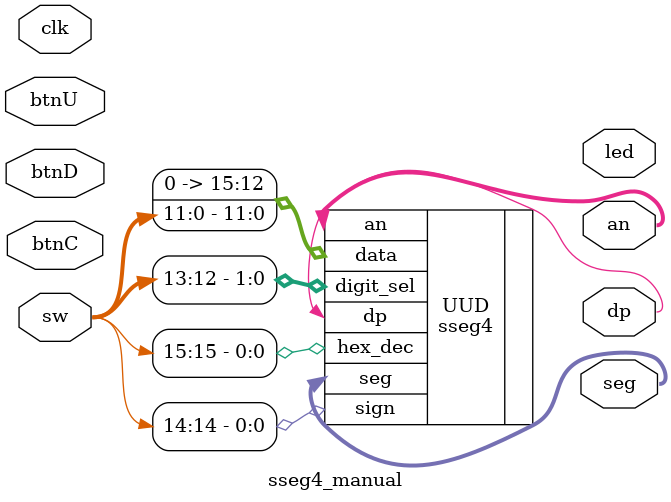
<source format=sv>
`timescale 1ns / 1ps


module sseg4_manual( 
    input [15:0] sw,
    output [6:0] seg,
    
    output [15:0] led,
    
    input clk,
    input btnC,
    input btnU,
    input btnD,
    
    
    output [3:0] an,
    output dp
    );
    
    sseg4 UUD(
        .data({4'b0000,sw[11:0]}),
        .hex_dec(sw[15]),
        .sign(sw[14]),
        .digit_sel(sw[13:12]),
        .seg(seg),
        .an(an),
        .dp(dp)
    );
    
   
endmodule
</source>
